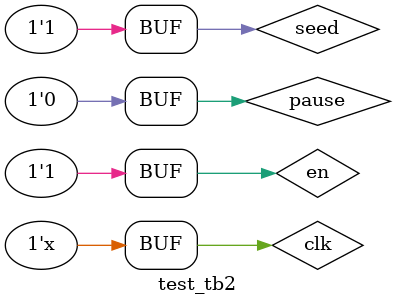
<source format=sv>
`timescale 1ns / 1ps


module test_tb2(

    );
    
    logic clk = 1;
    logic sig;
    logic en = 1;
    logic seed = 32'hace1;
    logic pause = 0;
    logic out;
    always #5 clk <= ~clk;
    //initial #20 en <= 1;
    main utt(.clk(clk), .rstn(), .nfsr_en(en), .tx_sig(sig));
    //nfsr a(.clk(clk), .en(en), .seed(seed), .pause(pause), .out(out));
endmodule

</source>
